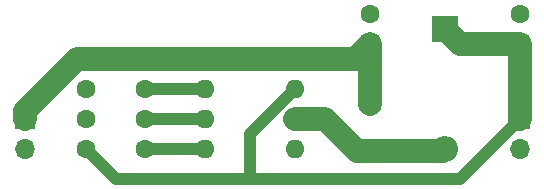
<source format=gbr>
G04 #@! TF.GenerationSoftware,KiCad,Pcbnew,(5.0.2)-1*
G04 #@! TF.CreationDate,2020-01-31T21:18:00-08:00*
G04 #@! TF.ProjectId,Sienc2020,5369656e-6332-4303-9230-2e6b69636164,rev?*
G04 #@! TF.SameCoordinates,Original*
G04 #@! TF.FileFunction,Copper,L1,Top*
G04 #@! TF.FilePolarity,Positive*
%FSLAX46Y46*%
G04 Gerber Fmt 4.6, Leading zero omitted, Abs format (unit mm)*
G04 Created by KiCad (PCBNEW (5.0.2)-1) date 31-Jan-20 21:18:00*
%MOMM*%
%LPD*%
G01*
G04 APERTURE LIST*
G04 #@! TA.AperFunction,ComponentPad*
%ADD10R,1.600000X1.600000*%
G04 #@! TD*
G04 #@! TA.AperFunction,ComponentPad*
%ADD11O,1.600000X1.600000*%
G04 #@! TD*
G04 #@! TA.AperFunction,ComponentPad*
%ADD12C,2.000000*%
G04 #@! TD*
G04 #@! TA.AperFunction,ComponentPad*
%ADD13C,1.600000*%
G04 #@! TD*
G04 #@! TA.AperFunction,ComponentPad*
%ADD14R,2.200000X2.200000*%
G04 #@! TD*
G04 #@! TA.AperFunction,ComponentPad*
%ADD15O,2.200000X2.200000*%
G04 #@! TD*
G04 #@! TA.AperFunction,ComponentPad*
%ADD16R,1.700000X1.700000*%
G04 #@! TD*
G04 #@! TA.AperFunction,ComponentPad*
%ADD17O,1.700000X1.700000*%
G04 #@! TD*
G04 #@! TA.AperFunction,Conductor*
%ADD18C,2.000000*%
G04 #@! TD*
G04 #@! TA.AperFunction,Conductor*
%ADD19C,1.000000*%
G04 #@! TD*
G04 APERTURE END LIST*
D10*
G04 #@! TO.P,U1,1*
G04 #@! TO.N,Net-(C1-Pad1)*
X111760000Y-71120000D03*
D11*
G04 #@! TO.P,U1,5*
G04 #@! TO.N,GND*
X119380000Y-78740000D03*
G04 #@! TO.P,U1,2*
G04 #@! TO.N,Net-(C2-Pad1)*
X111760000Y-73660000D03*
G04 #@! TO.P,U1,6*
G04 #@! TO.N,Net-(D1-Pad2)*
X119380000Y-76200000D03*
G04 #@! TO.P,U1,3*
G04 #@! TO.N,Net-(C3-Pad1)*
X111760000Y-76200000D03*
G04 #@! TO.P,U1,7*
G04 #@! TO.N,Net-(C4-Pad2)*
X119380000Y-73660000D03*
G04 #@! TO.P,U1,4*
G04 #@! TO.N,Net-(C4-Pad1)*
X111760000Y-78740000D03*
G04 #@! TO.P,U1,8*
G04 #@! TO.N,Net-(C1-Pad1)*
X119380000Y-71120000D03*
G04 #@! TD*
D12*
G04 #@! TO.P,L1,1*
G04 #@! TO.N,Net-(C1-Pad1)*
X125730000Y-74930000D03*
G04 #@! TO.P,L1,2*
G04 #@! TO.N,Net-(D1-Pad2)*
X125730000Y-78930000D03*
G04 #@! TD*
D13*
G04 #@! TO.P,C1,2*
G04 #@! TO.N,GND*
X125730000Y-67350000D03*
D10*
G04 #@! TO.P,C1,1*
G04 #@! TO.N,Net-(C1-Pad1)*
X125730000Y-69850000D03*
G04 #@! TD*
G04 #@! TO.P,C5,1*
G04 #@! TO.N,Net-(C4-Pad2)*
X138430000Y-69850000D03*
D13*
G04 #@! TO.P,C5,2*
G04 #@! TO.N,GND*
X138430000Y-67350000D03*
G04 #@! TD*
D14*
G04 #@! TO.P,D1,1*
G04 #@! TO.N,Net-(C4-Pad2)*
X132080000Y-68580000D03*
D15*
G04 #@! TO.P,D1,2*
G04 #@! TO.N,Net-(D1-Pad2)*
X132080000Y-78740000D03*
G04 #@! TD*
D13*
G04 #@! TO.P,C2,1*
G04 #@! TO.N,Net-(C2-Pad1)*
X106680000Y-73660000D03*
G04 #@! TO.P,C2,2*
G04 #@! TO.N,GND*
X101680000Y-73660000D03*
G04 #@! TD*
G04 #@! TO.P,C3,2*
G04 #@! TO.N,GND*
X101680000Y-76200000D03*
G04 #@! TO.P,C3,1*
G04 #@! TO.N,Net-(C3-Pad1)*
X106680000Y-76200000D03*
G04 #@! TD*
G04 #@! TO.P,C4,1*
G04 #@! TO.N,Net-(C4-Pad1)*
X106680000Y-78740000D03*
G04 #@! TO.P,C4,2*
G04 #@! TO.N,Net-(C4-Pad2)*
X101680000Y-78740000D03*
G04 #@! TD*
D16*
G04 #@! TO.P,J1,1*
G04 #@! TO.N,Net-(C1-Pad1)*
X96520000Y-76200000D03*
D17*
G04 #@! TO.P,J1,2*
G04 #@! TO.N,GND*
X96520000Y-78740000D03*
G04 #@! TD*
G04 #@! TO.P,J2,2*
G04 #@! TO.N,GND*
X138430000Y-78740000D03*
D16*
G04 #@! TO.P,J2,1*
G04 #@! TO.N,Net-(C4-Pad2)*
X138430000Y-76200000D03*
G04 #@! TD*
D18*
G04 #@! TO.N,Net-(C1-Pad1)*
X125730000Y-74930000D02*
X125730000Y-69850000D01*
X124460000Y-71120000D02*
X125730000Y-69850000D01*
X119380000Y-71120000D02*
X124460000Y-71120000D01*
X119380000Y-71120000D02*
X111760000Y-71120000D01*
X100965000Y-71120000D02*
X111760000Y-71120000D01*
X96520000Y-76200000D02*
X96520000Y-75565000D01*
X96520000Y-75565000D02*
X100965000Y-71120000D01*
D19*
G04 #@! TO.N,Net-(C2-Pad1)*
X111760000Y-73660000D02*
X106680000Y-73660000D01*
G04 #@! TO.N,Net-(C3-Pad1)*
X106680000Y-76200000D02*
X111760000Y-76200000D01*
G04 #@! TO.N,Net-(C4-Pad1)*
X111760000Y-78740000D02*
X106680000Y-78740000D01*
D18*
G04 #@! TO.N,Net-(C4-Pad2)*
X133350000Y-69850000D02*
X138430000Y-69850000D01*
X132080000Y-68580000D02*
X133350000Y-69850000D01*
X138430000Y-76200000D02*
X138430000Y-69850000D01*
D19*
X104220000Y-81280000D02*
X101680000Y-78740000D01*
X115570000Y-77470000D02*
X115570000Y-81280000D01*
X115570000Y-81280000D02*
X104220000Y-81280000D01*
X115570000Y-77470000D02*
X119380000Y-73660000D01*
X133350000Y-81280000D02*
X115570000Y-81280000D01*
X138430000Y-76200000D02*
X133350000Y-81280000D01*
D18*
G04 #@! TO.N,Net-(D1-Pad2)*
X124650000Y-78930000D02*
X125730000Y-78930000D01*
X119380000Y-76200000D02*
X121920000Y-76200000D01*
X121920000Y-76200000D02*
X124650000Y-78930000D01*
X131890000Y-78930000D02*
X132080000Y-78740000D01*
X125730000Y-78930000D02*
X131890000Y-78930000D01*
G04 #@! TD*
M02*

</source>
